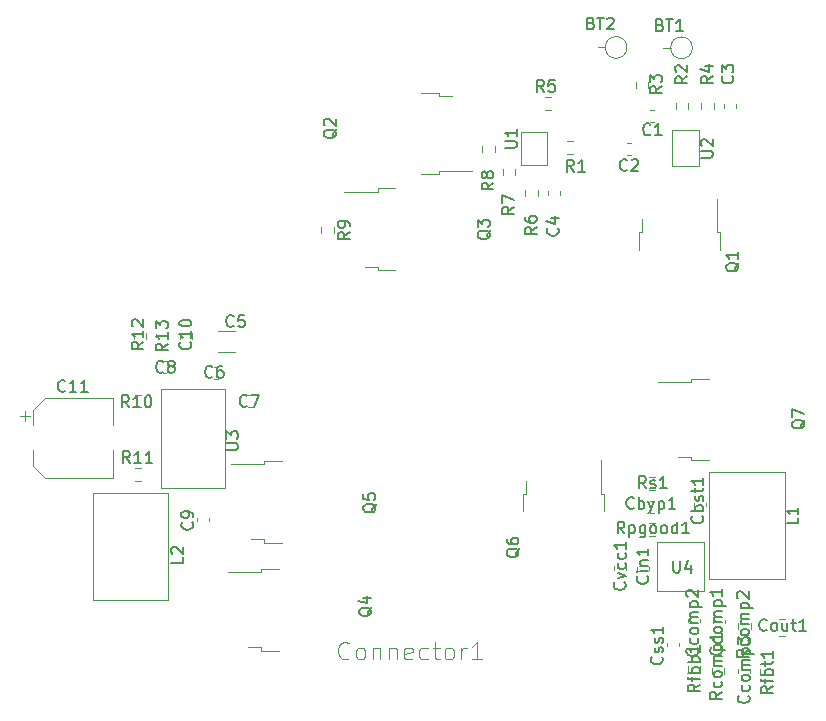
<source format=gbr>
%TF.GenerationSoftware,KiCad,Pcbnew,(5.1.4)-1*%
%TF.CreationDate,2021-10-06T22:06:40+03:00*%
%TF.ProjectId,IRBE_elektro_bar,49524245-5f65-46c6-956b-74726f5f6261,rev?*%
%TF.SameCoordinates,Original*%
%TF.FileFunction,Legend,Top*%
%TF.FilePolarity,Positive*%
%FSLAX46Y46*%
G04 Gerber Fmt 4.6, Leading zero omitted, Abs format (unit mm)*
G04 Created by KiCad (PCBNEW (5.1.4)-1) date 2021-10-06 22:06:40*
%MOMM*%
%LPD*%
G04 APERTURE LIST*
%ADD10C,0.120000*%
%ADD11C,0.150000*%
%ADD12C,0.015000*%
G04 APERTURE END LIST*
D10*
%TO.C,U4*%
X90950000Y-162000000D02*
X87050000Y-162000000D01*
X90950000Y-157800000D02*
X90950000Y-162000000D01*
X87050000Y-157800000D02*
X90950000Y-157800000D01*
X87050000Y-162000000D02*
X87050000Y-157800000D01*
%TO.C,R11*%
X42780576Y-152615100D02*
X43290024Y-152615100D01*
X42780576Y-151570100D02*
X43290024Y-151570100D01*
%TO.C,U2*%
X88278200Y-122906800D02*
X90578200Y-122906800D01*
X88278200Y-126006800D02*
X88278200Y-122906800D01*
X90578200Y-126006800D02*
X88278200Y-126006800D01*
X90578200Y-122906800D02*
X90578200Y-126006800D01*
%TO.C,U1*%
X75464200Y-123073200D02*
X77664200Y-123073200D01*
X75464200Y-125873200D02*
X75464200Y-123073200D01*
X77664200Y-125873200D02*
X75464200Y-125873200D01*
X77664200Y-123073200D02*
X77664200Y-125873200D01*
%TO.C,BT2*%
X82628800Y-115939200D02*
X82008800Y-115939200D01*
X84468800Y-115939200D02*
G75*
G03X84468800Y-115939200I-920000J0D01*
G01*
%TO.C,BT1*%
X88166000Y-115964600D02*
X87546000Y-115964600D01*
X90006000Y-115964600D02*
G75*
G03X90006000Y-115964600I-920000J0D01*
G01*
%TO.C,C1*%
X86717667Y-121271200D02*
X86425133Y-121271200D01*
X86717667Y-122291200D02*
X86425133Y-122291200D01*
%TO.C,C2*%
X84787267Y-125009000D02*
X84494733Y-125009000D01*
X84787267Y-123989000D02*
X84494733Y-123989000D01*
%TO.C,C3*%
X93666600Y-120735833D02*
X93666600Y-121028367D01*
X92646600Y-120735833D02*
X92646600Y-121028367D01*
%TO.C,C4*%
X78801000Y-128403367D02*
X78801000Y-128110833D01*
X77781000Y-128403367D02*
X77781000Y-128110833D01*
%TO.C,C5*%
X49828248Y-139905000D02*
X51250752Y-139905000D01*
X49828248Y-141725000D02*
X51250752Y-141725000D01*
%TO.C,C6*%
X49540833Y-143022800D02*
X49833367Y-143022800D01*
X49540833Y-144042800D02*
X49833367Y-144042800D01*
%TO.C,C7*%
X52696267Y-146379600D02*
X52403733Y-146379600D01*
X52696267Y-145359600D02*
X52403733Y-145359600D01*
%TO.C,C8*%
X45173133Y-143484000D02*
X45465667Y-143484000D01*
X45173133Y-142464000D02*
X45465667Y-142464000D01*
%TO.C,C9*%
X49106000Y-156074267D02*
X49106000Y-155781733D01*
X48086000Y-156074267D02*
X48086000Y-155781733D01*
%TO.C,C10*%
X44606200Y-140478667D02*
X44606200Y-140186133D01*
X45626200Y-140478667D02*
X45626200Y-140186133D01*
%TO.C,C11*%
X40960000Y-152410000D02*
X40960000Y-150060000D01*
X40960000Y-145590000D02*
X40960000Y-147940000D01*
X35204437Y-145590000D02*
X40960000Y-145590000D01*
X35204437Y-152410000D02*
X40960000Y-152410000D01*
X34140000Y-151345563D02*
X34140000Y-150060000D01*
X34140000Y-146654437D02*
X34140000Y-147940000D01*
X34140000Y-146654437D02*
X35204437Y-145590000D01*
X34140000Y-151345563D02*
X35204437Y-152410000D01*
X33112500Y-147152500D02*
X33900000Y-147152500D01*
X33506250Y-146758750D02*
X33506250Y-147546250D01*
%TO.C,Cbst1*%
X90115000Y-154503733D02*
X90115000Y-154796267D01*
X91135000Y-154503733D02*
X91135000Y-154796267D01*
%TO.C,Cbyp1*%
X86746267Y-155360000D02*
X86453733Y-155360000D01*
X86746267Y-154340000D02*
X86453733Y-154340000D01*
%TO.C,Ccomp1*%
X91740000Y-164696267D02*
X91740000Y-164403733D01*
X92760000Y-164696267D02*
X92760000Y-164403733D01*
%TO.C,Ccomp2*%
X90660000Y-164608767D02*
X90660000Y-164316233D01*
X89640000Y-164608767D02*
X89640000Y-164316233D01*
%TO.C,Ccomp3*%
X93890000Y-168896267D02*
X93890000Y-168603733D01*
X94910000Y-168896267D02*
X94910000Y-168603733D01*
%TO.C,Cin1*%
X86360000Y-159903733D02*
X86360000Y-160196267D01*
X85340000Y-159903733D02*
X85340000Y-160196267D01*
%TO.C,Cout1*%
X97823752Y-165785000D02*
X97301248Y-165785000D01*
X97823752Y-164315000D02*
X97301248Y-164315000D01*
%TO.C,Css1*%
X88910000Y-166633767D02*
X88910000Y-166341233D01*
X87890000Y-166633767D02*
X87890000Y-166341233D01*
%TO.C,Cvcc1*%
X83390000Y-159853733D02*
X83390000Y-160146267D01*
X84410000Y-159853733D02*
X84410000Y-160146267D01*
%TO.C,L1*%
X91450000Y-151850000D02*
X97810000Y-151850000D01*
X91450000Y-160910000D02*
X97810000Y-160910000D01*
X91450000Y-160910000D02*
X91450000Y-151850000D01*
X97810000Y-151850000D02*
X97810000Y-160910000D01*
%TO.C,L2*%
X39264200Y-162704600D02*
X39264200Y-153644600D01*
X45624200Y-153644600D02*
X45624200Y-162704600D01*
X45624200Y-153644600D02*
X39264200Y-153644600D01*
X45624200Y-162704600D02*
X39264200Y-162704600D01*
%TO.C,Q1*%
X85728200Y-131604800D02*
X85728200Y-130504800D01*
X85458200Y-131604800D02*
X85728200Y-131604800D01*
X85458200Y-133104800D02*
X85458200Y-131604800D01*
X92088200Y-131604800D02*
X92088200Y-128774800D01*
X92358200Y-131604800D02*
X92088200Y-131604800D01*
X92358200Y-133104800D02*
X92358200Y-131604800D01*
%TO.C,Q2*%
X67034600Y-126659600D02*
X68534600Y-126659600D01*
X68534600Y-126659600D02*
X68534600Y-126389600D01*
X68534600Y-126389600D02*
X71364600Y-126389600D01*
X67034600Y-119759600D02*
X68534600Y-119759600D01*
X68534600Y-119759600D02*
X68534600Y-120029600D01*
X68534600Y-120029600D02*
X69634600Y-120029600D01*
%TO.C,Q3*%
X64858600Y-127875600D02*
X63358600Y-127875600D01*
X63358600Y-127875600D02*
X63358600Y-128145600D01*
X63358600Y-128145600D02*
X60528600Y-128145600D01*
X64858600Y-134775600D02*
X63358600Y-134775600D01*
X63358600Y-134775600D02*
X63358600Y-134505600D01*
X63358600Y-134505600D02*
X62258600Y-134505600D01*
%TO.C,Q4*%
X53492000Y-166728000D02*
X52392000Y-166728000D01*
X53492000Y-166998000D02*
X53492000Y-166728000D01*
X54992000Y-166998000D02*
X53492000Y-166998000D01*
X53492000Y-160368000D02*
X50662000Y-160368000D01*
X53492000Y-160098000D02*
X53492000Y-160368000D01*
X54992000Y-160098000D02*
X53492000Y-160098000D01*
%TO.C,Q5*%
X55246000Y-150954000D02*
X53746000Y-150954000D01*
X53746000Y-150954000D02*
X53746000Y-151224000D01*
X53746000Y-151224000D02*
X50916000Y-151224000D01*
X55246000Y-157854000D02*
X53746000Y-157854000D01*
X53746000Y-157854000D02*
X53746000Y-157584000D01*
X53746000Y-157584000D02*
X52646000Y-157584000D01*
%TO.C,Q6*%
X75920000Y-153705000D02*
X75920000Y-152605000D01*
X75650000Y-153705000D02*
X75920000Y-153705000D01*
X75650000Y-155205000D02*
X75650000Y-153705000D01*
X82280000Y-153705000D02*
X82280000Y-150875000D01*
X82550000Y-153705000D02*
X82280000Y-153705000D01*
X82550000Y-155205000D02*
X82550000Y-153705000D01*
%TO.C,Q7*%
X91405000Y-144000000D02*
X89905000Y-144000000D01*
X89905000Y-144000000D02*
X89905000Y-144270000D01*
X89905000Y-144270000D02*
X87075000Y-144270000D01*
X91405000Y-150900000D02*
X89905000Y-150900000D01*
X89905000Y-150900000D02*
X89905000Y-150630000D01*
X89905000Y-150630000D02*
X88805000Y-150630000D01*
%TO.C,R1*%
X79917324Y-124945300D02*
X79407876Y-124945300D01*
X79917324Y-123900300D02*
X79407876Y-123900300D01*
%TO.C,R2*%
X88588900Y-121121524D02*
X88588900Y-120612076D01*
X89633900Y-121121524D02*
X89633900Y-120612076D01*
%TO.C,R3*%
X86255700Y-119370824D02*
X86255700Y-118861376D01*
X85210700Y-119370824D02*
X85210700Y-118861376D01*
%TO.C,R4*%
X91818300Y-120610176D02*
X91818300Y-121119624D01*
X90773300Y-120610176D02*
X90773300Y-121119624D01*
%TO.C,R5*%
X77528276Y-121211500D02*
X78037724Y-121211500D01*
X77528276Y-120166500D02*
X78037724Y-120166500D01*
%TO.C,R6*%
X75863500Y-128489424D02*
X75863500Y-127979976D01*
X76908500Y-128489424D02*
X76908500Y-127979976D01*
%TO.C,R7*%
X75003500Y-126711424D02*
X75003500Y-126201976D01*
X73958500Y-126711424D02*
X73958500Y-126201976D01*
%TO.C,R8*%
X73276300Y-124829924D02*
X73276300Y-124320476D01*
X72231300Y-124829924D02*
X72231300Y-124320476D01*
%TO.C,R9*%
X59636500Y-131151176D02*
X59636500Y-131660624D01*
X58591500Y-131151176D02*
X58591500Y-131660624D01*
%TO.C,R10*%
X43304724Y-146422500D02*
X42795276Y-146422500D01*
X43304724Y-145377500D02*
X42795276Y-145377500D01*
%TO.C,R12*%
X43733700Y-140077676D02*
X43733700Y-140587124D01*
X42688700Y-140077676D02*
X42688700Y-140587124D01*
%TO.C,R13*%
X47645300Y-140612524D02*
X47645300Y-140103076D01*
X46600300Y-140612524D02*
X46600300Y-140103076D01*
%TO.C,Rcomp1*%
X92672500Y-169004724D02*
X92672500Y-168495276D01*
X91627500Y-169004724D02*
X91627500Y-168495276D01*
%TO.C,Rcomp2*%
X94947500Y-165192224D02*
X94947500Y-164682776D01*
X93902500Y-165192224D02*
X93902500Y-164682776D01*
%TO.C,Rfbb1*%
X90672500Y-168345276D02*
X90672500Y-168854724D01*
X89627500Y-168345276D02*
X89627500Y-168854724D01*
%TO.C,Rfbt1*%
X96797500Y-169067224D02*
X96797500Y-168557776D01*
X95752500Y-169067224D02*
X95752500Y-168557776D01*
%TO.C,Rpgood1*%
X86854724Y-157272500D02*
X86345276Y-157272500D01*
X86854724Y-156227500D02*
X86345276Y-156227500D01*
%TO.C,Rs1*%
X86370276Y-152327500D02*
X86879724Y-152327500D01*
X86370276Y-153372500D02*
X86879724Y-153372500D01*
%TO.C,U3*%
X45042200Y-144822000D02*
X50442200Y-144822000D01*
X45042200Y-153222000D02*
X45042200Y-144822000D01*
X50442200Y-153222000D02*
X45042200Y-153222000D01*
X50442200Y-144822000D02*
X50442200Y-153222000D01*
%TO.C,U4*%
D11*
X88388095Y-159402380D02*
X88388095Y-160211904D01*
X88435714Y-160307142D01*
X88483333Y-160354761D01*
X88578571Y-160402380D01*
X88769047Y-160402380D01*
X88864285Y-160354761D01*
X88911904Y-160307142D01*
X88959523Y-160211904D01*
X88959523Y-159402380D01*
X89864285Y-159735714D02*
X89864285Y-160402380D01*
X89626190Y-159354761D02*
X89388095Y-160069047D01*
X90007142Y-160069047D01*
%TO.C,R11*%
X42382142Y-151127380D02*
X42048809Y-150651190D01*
X41810714Y-151127380D02*
X41810714Y-150127380D01*
X42191666Y-150127380D01*
X42286904Y-150175000D01*
X42334523Y-150222619D01*
X42382142Y-150317857D01*
X42382142Y-150460714D01*
X42334523Y-150555952D01*
X42286904Y-150603571D01*
X42191666Y-150651190D01*
X41810714Y-150651190D01*
X43334523Y-151127380D02*
X42763095Y-151127380D01*
X43048809Y-151127380D02*
X43048809Y-150127380D01*
X42953571Y-150270238D01*
X42858333Y-150365476D01*
X42763095Y-150413095D01*
X44286904Y-151127380D02*
X43715476Y-151127380D01*
X44001190Y-151127380D02*
X44001190Y-150127380D01*
X43905952Y-150270238D01*
X43810714Y-150365476D01*
X43715476Y-150413095D01*
%TO.C,U2*%
X90722780Y-125260904D02*
X91532304Y-125260904D01*
X91627542Y-125213285D01*
X91675161Y-125165666D01*
X91722780Y-125070428D01*
X91722780Y-124879952D01*
X91675161Y-124784714D01*
X91627542Y-124737095D01*
X91532304Y-124689476D01*
X90722780Y-124689476D01*
X90818019Y-124260904D02*
X90770400Y-124213285D01*
X90722780Y-124118047D01*
X90722780Y-123879952D01*
X90770400Y-123784714D01*
X90818019Y-123737095D01*
X90913257Y-123689476D01*
X91008495Y-123689476D01*
X91151352Y-123737095D01*
X91722780Y-124308523D01*
X91722780Y-123689476D01*
%TO.C,U1*%
X74136580Y-124448104D02*
X74946104Y-124448104D01*
X75041342Y-124400485D01*
X75088961Y-124352866D01*
X75136580Y-124257628D01*
X75136580Y-124067152D01*
X75088961Y-123971914D01*
X75041342Y-123924295D01*
X74946104Y-123876676D01*
X74136580Y-123876676D01*
X75136580Y-122876676D02*
X75136580Y-123448104D01*
X75136580Y-123162390D02*
X74136580Y-123162390D01*
X74279438Y-123257628D01*
X74374676Y-123352866D01*
X74422295Y-123448104D01*
%TO.C,BT2*%
X81416885Y-113886571D02*
X81559742Y-113934190D01*
X81607361Y-113981809D01*
X81654980Y-114077047D01*
X81654980Y-114219904D01*
X81607361Y-114315142D01*
X81559742Y-114362761D01*
X81464504Y-114410380D01*
X81083552Y-114410380D01*
X81083552Y-113410380D01*
X81416885Y-113410380D01*
X81512123Y-113458000D01*
X81559742Y-113505619D01*
X81607361Y-113600857D01*
X81607361Y-113696095D01*
X81559742Y-113791333D01*
X81512123Y-113838952D01*
X81416885Y-113886571D01*
X81083552Y-113886571D01*
X81940695Y-113410380D02*
X82512123Y-113410380D01*
X82226409Y-114410380D02*
X82226409Y-113410380D01*
X82797838Y-113505619D02*
X82845457Y-113458000D01*
X82940695Y-113410380D01*
X83178790Y-113410380D01*
X83274028Y-113458000D01*
X83321647Y-113505619D01*
X83369266Y-113600857D01*
X83369266Y-113696095D01*
X83321647Y-113838952D01*
X82750219Y-114410380D01*
X83369266Y-114410380D01*
%TO.C,BT1*%
X87258885Y-114038971D02*
X87401742Y-114086590D01*
X87449361Y-114134209D01*
X87496980Y-114229447D01*
X87496980Y-114372304D01*
X87449361Y-114467542D01*
X87401742Y-114515161D01*
X87306504Y-114562780D01*
X86925552Y-114562780D01*
X86925552Y-113562780D01*
X87258885Y-113562780D01*
X87354123Y-113610400D01*
X87401742Y-113658019D01*
X87449361Y-113753257D01*
X87449361Y-113848495D01*
X87401742Y-113943733D01*
X87354123Y-113991352D01*
X87258885Y-114038971D01*
X86925552Y-114038971D01*
X87782695Y-113562780D02*
X88354123Y-113562780D01*
X88068409Y-114562780D02*
X88068409Y-113562780D01*
X89211266Y-114562780D02*
X88639838Y-114562780D01*
X88925552Y-114562780D02*
X88925552Y-113562780D01*
X88830314Y-113705638D01*
X88735076Y-113800876D01*
X88639838Y-113848495D01*
%TO.C,Connector1*%
D12*
X60957142Y-167610714D02*
X60885714Y-167682142D01*
X60671428Y-167753571D01*
X60528571Y-167753571D01*
X60314285Y-167682142D01*
X60171428Y-167539285D01*
X60100000Y-167396428D01*
X60028571Y-167110714D01*
X60028571Y-166896428D01*
X60100000Y-166610714D01*
X60171428Y-166467857D01*
X60314285Y-166325000D01*
X60528571Y-166253571D01*
X60671428Y-166253571D01*
X60885714Y-166325000D01*
X60957142Y-166396428D01*
X61814285Y-167753571D02*
X61671428Y-167682142D01*
X61600000Y-167610714D01*
X61528571Y-167467857D01*
X61528571Y-167039285D01*
X61600000Y-166896428D01*
X61671428Y-166825000D01*
X61814285Y-166753571D01*
X62028571Y-166753571D01*
X62171428Y-166825000D01*
X62242857Y-166896428D01*
X62314285Y-167039285D01*
X62314285Y-167467857D01*
X62242857Y-167610714D01*
X62171428Y-167682142D01*
X62028571Y-167753571D01*
X61814285Y-167753571D01*
X62957142Y-166753571D02*
X62957142Y-167753571D01*
X62957142Y-166896428D02*
X63028571Y-166825000D01*
X63171428Y-166753571D01*
X63385714Y-166753571D01*
X63528571Y-166825000D01*
X63600000Y-166967857D01*
X63600000Y-167753571D01*
X64314285Y-166753571D02*
X64314285Y-167753571D01*
X64314285Y-166896428D02*
X64385714Y-166825000D01*
X64528571Y-166753571D01*
X64742857Y-166753571D01*
X64885714Y-166825000D01*
X64957142Y-166967857D01*
X64957142Y-167753571D01*
X66242857Y-167682142D02*
X66100000Y-167753571D01*
X65814285Y-167753571D01*
X65671428Y-167682142D01*
X65600000Y-167539285D01*
X65600000Y-166967857D01*
X65671428Y-166825000D01*
X65814285Y-166753571D01*
X66100000Y-166753571D01*
X66242857Y-166825000D01*
X66314285Y-166967857D01*
X66314285Y-167110714D01*
X65600000Y-167253571D01*
X67600000Y-167682142D02*
X67457142Y-167753571D01*
X67171428Y-167753571D01*
X67028571Y-167682142D01*
X66957142Y-167610714D01*
X66885714Y-167467857D01*
X66885714Y-167039285D01*
X66957142Y-166896428D01*
X67028571Y-166825000D01*
X67171428Y-166753571D01*
X67457142Y-166753571D01*
X67600000Y-166825000D01*
X68028571Y-166753571D02*
X68600000Y-166753571D01*
X68242857Y-166253571D02*
X68242857Y-167539285D01*
X68314285Y-167682142D01*
X68457142Y-167753571D01*
X68600000Y-167753571D01*
X69314285Y-167753571D02*
X69171428Y-167682142D01*
X69100000Y-167610714D01*
X69028571Y-167467857D01*
X69028571Y-167039285D01*
X69100000Y-166896428D01*
X69171428Y-166825000D01*
X69314285Y-166753571D01*
X69528571Y-166753571D01*
X69671428Y-166825000D01*
X69742857Y-166896428D01*
X69814285Y-167039285D01*
X69814285Y-167467857D01*
X69742857Y-167610714D01*
X69671428Y-167682142D01*
X69528571Y-167753571D01*
X69314285Y-167753571D01*
X70457142Y-167753571D02*
X70457142Y-166753571D01*
X70457142Y-167039285D02*
X70528571Y-166896428D01*
X70600000Y-166825000D01*
X70742857Y-166753571D01*
X70885714Y-166753571D01*
X72171428Y-167753571D02*
X71314285Y-167753571D01*
X71742857Y-167753571D02*
X71742857Y-166253571D01*
X71600000Y-166467857D01*
X71457142Y-166610714D01*
X71314285Y-166682142D01*
%TO.C,C1*%
D11*
X86442233Y-123278342D02*
X86394614Y-123325961D01*
X86251757Y-123373580D01*
X86156519Y-123373580D01*
X86013661Y-123325961D01*
X85918423Y-123230723D01*
X85870804Y-123135485D01*
X85823185Y-122945009D01*
X85823185Y-122802152D01*
X85870804Y-122611676D01*
X85918423Y-122516438D01*
X86013661Y-122421200D01*
X86156519Y-122373580D01*
X86251757Y-122373580D01*
X86394614Y-122421200D01*
X86442233Y-122468819D01*
X87394614Y-123373580D02*
X86823185Y-123373580D01*
X87108900Y-123373580D02*
X87108900Y-122373580D01*
X87013661Y-122516438D01*
X86918423Y-122611676D01*
X86823185Y-122659295D01*
%TO.C,C2*%
X84474333Y-126286142D02*
X84426714Y-126333761D01*
X84283857Y-126381380D01*
X84188619Y-126381380D01*
X84045761Y-126333761D01*
X83950523Y-126238523D01*
X83902904Y-126143285D01*
X83855285Y-125952809D01*
X83855285Y-125809952D01*
X83902904Y-125619476D01*
X83950523Y-125524238D01*
X84045761Y-125429000D01*
X84188619Y-125381380D01*
X84283857Y-125381380D01*
X84426714Y-125429000D01*
X84474333Y-125476619D01*
X84855285Y-125476619D02*
X84902904Y-125429000D01*
X84998142Y-125381380D01*
X85236238Y-125381380D01*
X85331476Y-125429000D01*
X85379095Y-125476619D01*
X85426714Y-125571857D01*
X85426714Y-125667095D01*
X85379095Y-125809952D01*
X84807666Y-126381380D01*
X85426714Y-126381380D01*
%TO.C,C3*%
X93380142Y-118366466D02*
X93427761Y-118414085D01*
X93475380Y-118556942D01*
X93475380Y-118652180D01*
X93427761Y-118795038D01*
X93332523Y-118890276D01*
X93237285Y-118937895D01*
X93046809Y-118985514D01*
X92903952Y-118985514D01*
X92713476Y-118937895D01*
X92618238Y-118890276D01*
X92523000Y-118795038D01*
X92475380Y-118652180D01*
X92475380Y-118556942D01*
X92523000Y-118414085D01*
X92570619Y-118366466D01*
X92475380Y-118033133D02*
X92475380Y-117414085D01*
X92856333Y-117747419D01*
X92856333Y-117604561D01*
X92903952Y-117509323D01*
X92951571Y-117461704D01*
X93046809Y-117414085D01*
X93284904Y-117414085D01*
X93380142Y-117461704D01*
X93427761Y-117509323D01*
X93475380Y-117604561D01*
X93475380Y-117890276D01*
X93427761Y-117985514D01*
X93380142Y-118033133D01*
%TO.C,C4*%
X78597342Y-131244266D02*
X78644961Y-131291885D01*
X78692580Y-131434742D01*
X78692580Y-131529980D01*
X78644961Y-131672838D01*
X78549723Y-131768076D01*
X78454485Y-131815695D01*
X78264009Y-131863314D01*
X78121152Y-131863314D01*
X77930676Y-131815695D01*
X77835438Y-131768076D01*
X77740200Y-131672838D01*
X77692580Y-131529980D01*
X77692580Y-131434742D01*
X77740200Y-131291885D01*
X77787819Y-131244266D01*
X78025914Y-130387123D02*
X78692580Y-130387123D01*
X77644961Y-130625219D02*
X78359247Y-130863314D01*
X78359247Y-130244266D01*
%TO.C,C5*%
X51158333Y-139507142D02*
X51110714Y-139554761D01*
X50967857Y-139602380D01*
X50872619Y-139602380D01*
X50729761Y-139554761D01*
X50634523Y-139459523D01*
X50586904Y-139364285D01*
X50539285Y-139173809D01*
X50539285Y-139030952D01*
X50586904Y-138840476D01*
X50634523Y-138745238D01*
X50729761Y-138650000D01*
X50872619Y-138602380D01*
X50967857Y-138602380D01*
X51110714Y-138650000D01*
X51158333Y-138697619D01*
X52063095Y-138602380D02*
X51586904Y-138602380D01*
X51539285Y-139078571D01*
X51586904Y-139030952D01*
X51682142Y-138983333D01*
X51920238Y-138983333D01*
X52015476Y-139030952D01*
X52063095Y-139078571D01*
X52110714Y-139173809D01*
X52110714Y-139411904D01*
X52063095Y-139507142D01*
X52015476Y-139554761D01*
X51920238Y-139602380D01*
X51682142Y-139602380D01*
X51586904Y-139554761D01*
X51539285Y-139507142D01*
%TO.C,C6*%
X49358333Y-143807142D02*
X49310714Y-143854761D01*
X49167857Y-143902380D01*
X49072619Y-143902380D01*
X48929761Y-143854761D01*
X48834523Y-143759523D01*
X48786904Y-143664285D01*
X48739285Y-143473809D01*
X48739285Y-143330952D01*
X48786904Y-143140476D01*
X48834523Y-143045238D01*
X48929761Y-142950000D01*
X49072619Y-142902380D01*
X49167857Y-142902380D01*
X49310714Y-142950000D01*
X49358333Y-142997619D01*
X50215476Y-142902380D02*
X50025000Y-142902380D01*
X49929761Y-142950000D01*
X49882142Y-142997619D01*
X49786904Y-143140476D01*
X49739285Y-143330952D01*
X49739285Y-143711904D01*
X49786904Y-143807142D01*
X49834523Y-143854761D01*
X49929761Y-143902380D01*
X50120238Y-143902380D01*
X50215476Y-143854761D01*
X50263095Y-143807142D01*
X50310714Y-143711904D01*
X50310714Y-143473809D01*
X50263095Y-143378571D01*
X50215476Y-143330952D01*
X50120238Y-143283333D01*
X49929761Y-143283333D01*
X49834523Y-143330952D01*
X49786904Y-143378571D01*
X49739285Y-143473809D01*
%TO.C,C7*%
X52283333Y-146257142D02*
X52235714Y-146304761D01*
X52092857Y-146352380D01*
X51997619Y-146352380D01*
X51854761Y-146304761D01*
X51759523Y-146209523D01*
X51711904Y-146114285D01*
X51664285Y-145923809D01*
X51664285Y-145780952D01*
X51711904Y-145590476D01*
X51759523Y-145495238D01*
X51854761Y-145400000D01*
X51997619Y-145352380D01*
X52092857Y-145352380D01*
X52235714Y-145400000D01*
X52283333Y-145447619D01*
X52616666Y-145352380D02*
X53283333Y-145352380D01*
X52854761Y-146352380D01*
%TO.C,C8*%
X45208333Y-143382142D02*
X45160714Y-143429761D01*
X45017857Y-143477380D01*
X44922619Y-143477380D01*
X44779761Y-143429761D01*
X44684523Y-143334523D01*
X44636904Y-143239285D01*
X44589285Y-143048809D01*
X44589285Y-142905952D01*
X44636904Y-142715476D01*
X44684523Y-142620238D01*
X44779761Y-142525000D01*
X44922619Y-142477380D01*
X45017857Y-142477380D01*
X45160714Y-142525000D01*
X45208333Y-142572619D01*
X45779761Y-142905952D02*
X45684523Y-142858333D01*
X45636904Y-142810714D01*
X45589285Y-142715476D01*
X45589285Y-142667857D01*
X45636904Y-142572619D01*
X45684523Y-142525000D01*
X45779761Y-142477380D01*
X45970238Y-142477380D01*
X46065476Y-142525000D01*
X46113095Y-142572619D01*
X46160714Y-142667857D01*
X46160714Y-142715476D01*
X46113095Y-142810714D01*
X46065476Y-142858333D01*
X45970238Y-142905952D01*
X45779761Y-142905952D01*
X45684523Y-142953571D01*
X45636904Y-143001190D01*
X45589285Y-143096428D01*
X45589285Y-143286904D01*
X45636904Y-143382142D01*
X45684523Y-143429761D01*
X45779761Y-143477380D01*
X45970238Y-143477380D01*
X46065476Y-143429761D01*
X46113095Y-143382142D01*
X46160714Y-143286904D01*
X46160714Y-143096428D01*
X46113095Y-143001190D01*
X46065476Y-142953571D01*
X45970238Y-142905952D01*
%TO.C,C9*%
X47657142Y-156141666D02*
X47704761Y-156189285D01*
X47752380Y-156332142D01*
X47752380Y-156427380D01*
X47704761Y-156570238D01*
X47609523Y-156665476D01*
X47514285Y-156713095D01*
X47323809Y-156760714D01*
X47180952Y-156760714D01*
X46990476Y-156713095D01*
X46895238Y-156665476D01*
X46800000Y-156570238D01*
X46752380Y-156427380D01*
X46752380Y-156332142D01*
X46800000Y-156189285D01*
X46847619Y-156141666D01*
X47752380Y-155665476D02*
X47752380Y-155475000D01*
X47704761Y-155379761D01*
X47657142Y-155332142D01*
X47514285Y-155236904D01*
X47323809Y-155189285D01*
X46942857Y-155189285D01*
X46847619Y-155236904D01*
X46800000Y-155284523D01*
X46752380Y-155379761D01*
X46752380Y-155570238D01*
X46800000Y-155665476D01*
X46847619Y-155713095D01*
X46942857Y-155760714D01*
X47180952Y-155760714D01*
X47276190Y-155713095D01*
X47323809Y-155665476D01*
X47371428Y-155570238D01*
X47371428Y-155379761D01*
X47323809Y-155284523D01*
X47276190Y-155236904D01*
X47180952Y-155189285D01*
%TO.C,C10*%
X47482142Y-140892857D02*
X47529761Y-140940476D01*
X47577380Y-141083333D01*
X47577380Y-141178571D01*
X47529761Y-141321428D01*
X47434523Y-141416666D01*
X47339285Y-141464285D01*
X47148809Y-141511904D01*
X47005952Y-141511904D01*
X46815476Y-141464285D01*
X46720238Y-141416666D01*
X46625000Y-141321428D01*
X46577380Y-141178571D01*
X46577380Y-141083333D01*
X46625000Y-140940476D01*
X46672619Y-140892857D01*
X47577380Y-139940476D02*
X47577380Y-140511904D01*
X47577380Y-140226190D02*
X46577380Y-140226190D01*
X46720238Y-140321428D01*
X46815476Y-140416666D01*
X46863095Y-140511904D01*
X46577380Y-139321428D02*
X46577380Y-139226190D01*
X46625000Y-139130952D01*
X46672619Y-139083333D01*
X46767857Y-139035714D01*
X46958333Y-138988095D01*
X47196428Y-138988095D01*
X47386904Y-139035714D01*
X47482142Y-139083333D01*
X47529761Y-139130952D01*
X47577380Y-139226190D01*
X47577380Y-139321428D01*
X47529761Y-139416666D01*
X47482142Y-139464285D01*
X47386904Y-139511904D01*
X47196428Y-139559523D01*
X46958333Y-139559523D01*
X46767857Y-139511904D01*
X46672619Y-139464285D01*
X46625000Y-139416666D01*
X46577380Y-139321428D01*
%TO.C,C11*%
X36907142Y-145007142D02*
X36859523Y-145054761D01*
X36716666Y-145102380D01*
X36621428Y-145102380D01*
X36478571Y-145054761D01*
X36383333Y-144959523D01*
X36335714Y-144864285D01*
X36288095Y-144673809D01*
X36288095Y-144530952D01*
X36335714Y-144340476D01*
X36383333Y-144245238D01*
X36478571Y-144150000D01*
X36621428Y-144102380D01*
X36716666Y-144102380D01*
X36859523Y-144150000D01*
X36907142Y-144197619D01*
X37859523Y-145102380D02*
X37288095Y-145102380D01*
X37573809Y-145102380D02*
X37573809Y-144102380D01*
X37478571Y-144245238D01*
X37383333Y-144340476D01*
X37288095Y-144388095D01*
X38811904Y-145102380D02*
X38240476Y-145102380D01*
X38526190Y-145102380D02*
X38526190Y-144102380D01*
X38430952Y-144245238D01*
X38335714Y-144340476D01*
X38240476Y-144388095D01*
%TO.C,Cbst1*%
X90832142Y-155609523D02*
X90879761Y-155657142D01*
X90927380Y-155800000D01*
X90927380Y-155895238D01*
X90879761Y-156038095D01*
X90784523Y-156133333D01*
X90689285Y-156180952D01*
X90498809Y-156228571D01*
X90355952Y-156228571D01*
X90165476Y-156180952D01*
X90070238Y-156133333D01*
X89975000Y-156038095D01*
X89927380Y-155895238D01*
X89927380Y-155800000D01*
X89975000Y-155657142D01*
X90022619Y-155609523D01*
X90927380Y-155180952D02*
X89927380Y-155180952D01*
X90308333Y-155180952D02*
X90260714Y-155085714D01*
X90260714Y-154895238D01*
X90308333Y-154800000D01*
X90355952Y-154752380D01*
X90451190Y-154704761D01*
X90736904Y-154704761D01*
X90832142Y-154752380D01*
X90879761Y-154800000D01*
X90927380Y-154895238D01*
X90927380Y-155085714D01*
X90879761Y-155180952D01*
X90879761Y-154323809D02*
X90927380Y-154228571D01*
X90927380Y-154038095D01*
X90879761Y-153942857D01*
X90784523Y-153895238D01*
X90736904Y-153895238D01*
X90641666Y-153942857D01*
X90594047Y-154038095D01*
X90594047Y-154180952D01*
X90546428Y-154276190D01*
X90451190Y-154323809D01*
X90403571Y-154323809D01*
X90308333Y-154276190D01*
X90260714Y-154180952D01*
X90260714Y-154038095D01*
X90308333Y-153942857D01*
X90260714Y-153609523D02*
X90260714Y-153228571D01*
X89927380Y-153466666D02*
X90784523Y-153466666D01*
X90879761Y-153419047D01*
X90927380Y-153323809D01*
X90927380Y-153228571D01*
X90927380Y-152371428D02*
X90927380Y-152942857D01*
X90927380Y-152657142D02*
X89927380Y-152657142D01*
X90070238Y-152752380D01*
X90165476Y-152847619D01*
X90213095Y-152942857D01*
%TO.C,Cbyp1*%
X85047619Y-154907142D02*
X85000000Y-154954761D01*
X84857142Y-155002380D01*
X84761904Y-155002380D01*
X84619047Y-154954761D01*
X84523809Y-154859523D01*
X84476190Y-154764285D01*
X84428571Y-154573809D01*
X84428571Y-154430952D01*
X84476190Y-154240476D01*
X84523809Y-154145238D01*
X84619047Y-154050000D01*
X84761904Y-154002380D01*
X84857142Y-154002380D01*
X85000000Y-154050000D01*
X85047619Y-154097619D01*
X85476190Y-155002380D02*
X85476190Y-154002380D01*
X85476190Y-154383333D02*
X85571428Y-154335714D01*
X85761904Y-154335714D01*
X85857142Y-154383333D01*
X85904761Y-154430952D01*
X85952380Y-154526190D01*
X85952380Y-154811904D01*
X85904761Y-154907142D01*
X85857142Y-154954761D01*
X85761904Y-155002380D01*
X85571428Y-155002380D01*
X85476190Y-154954761D01*
X86285714Y-154335714D02*
X86523809Y-155002380D01*
X86761904Y-154335714D02*
X86523809Y-155002380D01*
X86428571Y-155240476D01*
X86380952Y-155288095D01*
X86285714Y-155335714D01*
X87142857Y-154335714D02*
X87142857Y-155335714D01*
X87142857Y-154383333D02*
X87238095Y-154335714D01*
X87428571Y-154335714D01*
X87523809Y-154383333D01*
X87571428Y-154430952D01*
X87619047Y-154526190D01*
X87619047Y-154811904D01*
X87571428Y-154907142D01*
X87523809Y-154954761D01*
X87428571Y-155002380D01*
X87238095Y-155002380D01*
X87142857Y-154954761D01*
X88571428Y-155002380D02*
X88000000Y-155002380D01*
X88285714Y-155002380D02*
X88285714Y-154002380D01*
X88190476Y-154145238D01*
X88095238Y-154240476D01*
X88000000Y-154288095D01*
%TO.C,Ccomp1*%
X92407142Y-166741666D02*
X92454761Y-166789285D01*
X92502380Y-166932142D01*
X92502380Y-167027380D01*
X92454761Y-167170238D01*
X92359523Y-167265476D01*
X92264285Y-167313095D01*
X92073809Y-167360714D01*
X91930952Y-167360714D01*
X91740476Y-167313095D01*
X91645238Y-167265476D01*
X91550000Y-167170238D01*
X91502380Y-167027380D01*
X91502380Y-166932142D01*
X91550000Y-166789285D01*
X91597619Y-166741666D01*
X92454761Y-165884523D02*
X92502380Y-165979761D01*
X92502380Y-166170238D01*
X92454761Y-166265476D01*
X92407142Y-166313095D01*
X92311904Y-166360714D01*
X92026190Y-166360714D01*
X91930952Y-166313095D01*
X91883333Y-166265476D01*
X91835714Y-166170238D01*
X91835714Y-165979761D01*
X91883333Y-165884523D01*
X92502380Y-165313095D02*
X92454761Y-165408333D01*
X92407142Y-165455952D01*
X92311904Y-165503571D01*
X92026190Y-165503571D01*
X91930952Y-165455952D01*
X91883333Y-165408333D01*
X91835714Y-165313095D01*
X91835714Y-165170238D01*
X91883333Y-165075000D01*
X91930952Y-165027380D01*
X92026190Y-164979761D01*
X92311904Y-164979761D01*
X92407142Y-165027380D01*
X92454761Y-165075000D01*
X92502380Y-165170238D01*
X92502380Y-165313095D01*
X92502380Y-164551190D02*
X91835714Y-164551190D01*
X91930952Y-164551190D02*
X91883333Y-164503571D01*
X91835714Y-164408333D01*
X91835714Y-164265476D01*
X91883333Y-164170238D01*
X91978571Y-164122619D01*
X92502380Y-164122619D01*
X91978571Y-164122619D02*
X91883333Y-164075000D01*
X91835714Y-163979761D01*
X91835714Y-163836904D01*
X91883333Y-163741666D01*
X91978571Y-163694047D01*
X92502380Y-163694047D01*
X91835714Y-163217857D02*
X92835714Y-163217857D01*
X91883333Y-163217857D02*
X91835714Y-163122619D01*
X91835714Y-162932142D01*
X91883333Y-162836904D01*
X91930952Y-162789285D01*
X92026190Y-162741666D01*
X92311904Y-162741666D01*
X92407142Y-162789285D01*
X92454761Y-162836904D01*
X92502380Y-162932142D01*
X92502380Y-163122619D01*
X92454761Y-163217857D01*
X92502380Y-161789285D02*
X92502380Y-162360714D01*
X92502380Y-162075000D02*
X91502380Y-162075000D01*
X91645238Y-162170238D01*
X91740476Y-162265476D01*
X91788095Y-162360714D01*
%TO.C,Ccomp2*%
X90407142Y-166816666D02*
X90454761Y-166864285D01*
X90502380Y-167007142D01*
X90502380Y-167102380D01*
X90454761Y-167245238D01*
X90359523Y-167340476D01*
X90264285Y-167388095D01*
X90073809Y-167435714D01*
X89930952Y-167435714D01*
X89740476Y-167388095D01*
X89645238Y-167340476D01*
X89550000Y-167245238D01*
X89502380Y-167102380D01*
X89502380Y-167007142D01*
X89550000Y-166864285D01*
X89597619Y-166816666D01*
X90454761Y-165959523D02*
X90502380Y-166054761D01*
X90502380Y-166245238D01*
X90454761Y-166340476D01*
X90407142Y-166388095D01*
X90311904Y-166435714D01*
X90026190Y-166435714D01*
X89930952Y-166388095D01*
X89883333Y-166340476D01*
X89835714Y-166245238D01*
X89835714Y-166054761D01*
X89883333Y-165959523D01*
X90502380Y-165388095D02*
X90454761Y-165483333D01*
X90407142Y-165530952D01*
X90311904Y-165578571D01*
X90026190Y-165578571D01*
X89930952Y-165530952D01*
X89883333Y-165483333D01*
X89835714Y-165388095D01*
X89835714Y-165245238D01*
X89883333Y-165150000D01*
X89930952Y-165102380D01*
X90026190Y-165054761D01*
X90311904Y-165054761D01*
X90407142Y-165102380D01*
X90454761Y-165150000D01*
X90502380Y-165245238D01*
X90502380Y-165388095D01*
X90502380Y-164626190D02*
X89835714Y-164626190D01*
X89930952Y-164626190D02*
X89883333Y-164578571D01*
X89835714Y-164483333D01*
X89835714Y-164340476D01*
X89883333Y-164245238D01*
X89978571Y-164197619D01*
X90502380Y-164197619D01*
X89978571Y-164197619D02*
X89883333Y-164150000D01*
X89835714Y-164054761D01*
X89835714Y-163911904D01*
X89883333Y-163816666D01*
X89978571Y-163769047D01*
X90502380Y-163769047D01*
X89835714Y-163292857D02*
X90835714Y-163292857D01*
X89883333Y-163292857D02*
X89835714Y-163197619D01*
X89835714Y-163007142D01*
X89883333Y-162911904D01*
X89930952Y-162864285D01*
X90026190Y-162816666D01*
X90311904Y-162816666D01*
X90407142Y-162864285D01*
X90454761Y-162911904D01*
X90502380Y-163007142D01*
X90502380Y-163197619D01*
X90454761Y-163292857D01*
X89597619Y-162435714D02*
X89550000Y-162388095D01*
X89502380Y-162292857D01*
X89502380Y-162054761D01*
X89550000Y-161959523D01*
X89597619Y-161911904D01*
X89692857Y-161864285D01*
X89788095Y-161864285D01*
X89930952Y-161911904D01*
X90502380Y-162483333D01*
X90502380Y-161864285D01*
%TO.C,Ccomp3*%
X94757142Y-170816666D02*
X94804761Y-170864285D01*
X94852380Y-171007142D01*
X94852380Y-171102380D01*
X94804761Y-171245238D01*
X94709523Y-171340476D01*
X94614285Y-171388095D01*
X94423809Y-171435714D01*
X94280952Y-171435714D01*
X94090476Y-171388095D01*
X93995238Y-171340476D01*
X93900000Y-171245238D01*
X93852380Y-171102380D01*
X93852380Y-171007142D01*
X93900000Y-170864285D01*
X93947619Y-170816666D01*
X94804761Y-169959523D02*
X94852380Y-170054761D01*
X94852380Y-170245238D01*
X94804761Y-170340476D01*
X94757142Y-170388095D01*
X94661904Y-170435714D01*
X94376190Y-170435714D01*
X94280952Y-170388095D01*
X94233333Y-170340476D01*
X94185714Y-170245238D01*
X94185714Y-170054761D01*
X94233333Y-169959523D01*
X94852380Y-169388095D02*
X94804761Y-169483333D01*
X94757142Y-169530952D01*
X94661904Y-169578571D01*
X94376190Y-169578571D01*
X94280952Y-169530952D01*
X94233333Y-169483333D01*
X94185714Y-169388095D01*
X94185714Y-169245238D01*
X94233333Y-169150000D01*
X94280952Y-169102380D01*
X94376190Y-169054761D01*
X94661904Y-169054761D01*
X94757142Y-169102380D01*
X94804761Y-169150000D01*
X94852380Y-169245238D01*
X94852380Y-169388095D01*
X94852380Y-168626190D02*
X94185714Y-168626190D01*
X94280952Y-168626190D02*
X94233333Y-168578571D01*
X94185714Y-168483333D01*
X94185714Y-168340476D01*
X94233333Y-168245238D01*
X94328571Y-168197619D01*
X94852380Y-168197619D01*
X94328571Y-168197619D02*
X94233333Y-168150000D01*
X94185714Y-168054761D01*
X94185714Y-167911904D01*
X94233333Y-167816666D01*
X94328571Y-167769047D01*
X94852380Y-167769047D01*
X94185714Y-167292857D02*
X95185714Y-167292857D01*
X94233333Y-167292857D02*
X94185714Y-167197619D01*
X94185714Y-167007142D01*
X94233333Y-166911904D01*
X94280952Y-166864285D01*
X94376190Y-166816666D01*
X94661904Y-166816666D01*
X94757142Y-166864285D01*
X94804761Y-166911904D01*
X94852380Y-167007142D01*
X94852380Y-167197619D01*
X94804761Y-167292857D01*
X93852380Y-166483333D02*
X93852380Y-165864285D01*
X94233333Y-166197619D01*
X94233333Y-166054761D01*
X94280952Y-165959523D01*
X94328571Y-165911904D01*
X94423809Y-165864285D01*
X94661904Y-165864285D01*
X94757142Y-165911904D01*
X94804761Y-165959523D01*
X94852380Y-166054761D01*
X94852380Y-166340476D01*
X94804761Y-166435714D01*
X94757142Y-166483333D01*
%TO.C,Cin1*%
X86182142Y-160707142D02*
X86229761Y-160754761D01*
X86277380Y-160897619D01*
X86277380Y-160992857D01*
X86229761Y-161135714D01*
X86134523Y-161230952D01*
X86039285Y-161278571D01*
X85848809Y-161326190D01*
X85705952Y-161326190D01*
X85515476Y-161278571D01*
X85420238Y-161230952D01*
X85325000Y-161135714D01*
X85277380Y-160992857D01*
X85277380Y-160897619D01*
X85325000Y-160754761D01*
X85372619Y-160707142D01*
X86277380Y-160278571D02*
X85610714Y-160278571D01*
X85277380Y-160278571D02*
X85325000Y-160326190D01*
X85372619Y-160278571D01*
X85325000Y-160230952D01*
X85277380Y-160278571D01*
X85372619Y-160278571D01*
X85610714Y-159802380D02*
X86277380Y-159802380D01*
X85705952Y-159802380D02*
X85658333Y-159754761D01*
X85610714Y-159659523D01*
X85610714Y-159516666D01*
X85658333Y-159421428D01*
X85753571Y-159373809D01*
X86277380Y-159373809D01*
X86277380Y-158373809D02*
X86277380Y-158945238D01*
X86277380Y-158659523D02*
X85277380Y-158659523D01*
X85420238Y-158754761D01*
X85515476Y-158850000D01*
X85563095Y-158945238D01*
%TO.C,Cout1*%
X96295357Y-165232142D02*
X96247738Y-165279761D01*
X96104880Y-165327380D01*
X96009642Y-165327380D01*
X95866785Y-165279761D01*
X95771547Y-165184523D01*
X95723928Y-165089285D01*
X95676309Y-164898809D01*
X95676309Y-164755952D01*
X95723928Y-164565476D01*
X95771547Y-164470238D01*
X95866785Y-164375000D01*
X96009642Y-164327380D01*
X96104880Y-164327380D01*
X96247738Y-164375000D01*
X96295357Y-164422619D01*
X96866785Y-165327380D02*
X96771547Y-165279761D01*
X96723928Y-165232142D01*
X96676309Y-165136904D01*
X96676309Y-164851190D01*
X96723928Y-164755952D01*
X96771547Y-164708333D01*
X96866785Y-164660714D01*
X97009642Y-164660714D01*
X97104880Y-164708333D01*
X97152500Y-164755952D01*
X97200119Y-164851190D01*
X97200119Y-165136904D01*
X97152500Y-165232142D01*
X97104880Y-165279761D01*
X97009642Y-165327380D01*
X96866785Y-165327380D01*
X98057261Y-164660714D02*
X98057261Y-165327380D01*
X97628690Y-164660714D02*
X97628690Y-165184523D01*
X97676309Y-165279761D01*
X97771547Y-165327380D01*
X97914404Y-165327380D01*
X98009642Y-165279761D01*
X98057261Y-165232142D01*
X98390595Y-164660714D02*
X98771547Y-164660714D01*
X98533452Y-164327380D02*
X98533452Y-165184523D01*
X98581071Y-165279761D01*
X98676309Y-165327380D01*
X98771547Y-165327380D01*
X99628690Y-165327380D02*
X99057261Y-165327380D01*
X99342976Y-165327380D02*
X99342976Y-164327380D01*
X99247738Y-164470238D01*
X99152500Y-164565476D01*
X99057261Y-164613095D01*
%TO.C,Css1*%
X87397142Y-167541190D02*
X87444761Y-167588809D01*
X87492380Y-167731666D01*
X87492380Y-167826904D01*
X87444761Y-167969761D01*
X87349523Y-168065000D01*
X87254285Y-168112619D01*
X87063809Y-168160238D01*
X86920952Y-168160238D01*
X86730476Y-168112619D01*
X86635238Y-168065000D01*
X86540000Y-167969761D01*
X86492380Y-167826904D01*
X86492380Y-167731666D01*
X86540000Y-167588809D01*
X86587619Y-167541190D01*
X87444761Y-167160238D02*
X87492380Y-167065000D01*
X87492380Y-166874523D01*
X87444761Y-166779285D01*
X87349523Y-166731666D01*
X87301904Y-166731666D01*
X87206666Y-166779285D01*
X87159047Y-166874523D01*
X87159047Y-167017380D01*
X87111428Y-167112619D01*
X87016190Y-167160238D01*
X86968571Y-167160238D01*
X86873333Y-167112619D01*
X86825714Y-167017380D01*
X86825714Y-166874523D01*
X86873333Y-166779285D01*
X87444761Y-166350714D02*
X87492380Y-166255476D01*
X87492380Y-166065000D01*
X87444761Y-165969761D01*
X87349523Y-165922142D01*
X87301904Y-165922142D01*
X87206666Y-165969761D01*
X87159047Y-166065000D01*
X87159047Y-166207857D01*
X87111428Y-166303095D01*
X87016190Y-166350714D01*
X86968571Y-166350714D01*
X86873333Y-166303095D01*
X86825714Y-166207857D01*
X86825714Y-166065000D01*
X86873333Y-165969761D01*
X87492380Y-164969761D02*
X87492380Y-165541190D01*
X87492380Y-165255476D02*
X86492380Y-165255476D01*
X86635238Y-165350714D01*
X86730476Y-165445952D01*
X86778095Y-165541190D01*
%TO.C,Cvcc1*%
X84257142Y-161229761D02*
X84304761Y-161277380D01*
X84352380Y-161420238D01*
X84352380Y-161515476D01*
X84304761Y-161658333D01*
X84209523Y-161753571D01*
X84114285Y-161801190D01*
X83923809Y-161848809D01*
X83780952Y-161848809D01*
X83590476Y-161801190D01*
X83495238Y-161753571D01*
X83400000Y-161658333D01*
X83352380Y-161515476D01*
X83352380Y-161420238D01*
X83400000Y-161277380D01*
X83447619Y-161229761D01*
X83685714Y-160896428D02*
X84352380Y-160658333D01*
X83685714Y-160420238D01*
X84304761Y-159610714D02*
X84352380Y-159705952D01*
X84352380Y-159896428D01*
X84304761Y-159991666D01*
X84257142Y-160039285D01*
X84161904Y-160086904D01*
X83876190Y-160086904D01*
X83780952Y-160039285D01*
X83733333Y-159991666D01*
X83685714Y-159896428D01*
X83685714Y-159705952D01*
X83733333Y-159610714D01*
X84304761Y-158753571D02*
X84352380Y-158848809D01*
X84352380Y-159039285D01*
X84304761Y-159134523D01*
X84257142Y-159182142D01*
X84161904Y-159229761D01*
X83876190Y-159229761D01*
X83780952Y-159182142D01*
X83733333Y-159134523D01*
X83685714Y-159039285D01*
X83685714Y-158848809D01*
X83733333Y-158753571D01*
X84352380Y-157801190D02*
X84352380Y-158372619D01*
X84352380Y-158086904D02*
X83352380Y-158086904D01*
X83495238Y-158182142D01*
X83590476Y-158277380D01*
X83638095Y-158372619D01*
%TO.C,L1*%
X98977380Y-155766666D02*
X98977380Y-156242857D01*
X97977380Y-156242857D01*
X98977380Y-154909523D02*
X98977380Y-155480952D01*
X98977380Y-155195238D02*
X97977380Y-155195238D01*
X98120238Y-155290476D01*
X98215476Y-155385714D01*
X98263095Y-155480952D01*
%TO.C,L2*%
X46876580Y-159071266D02*
X46876580Y-159547457D01*
X45876580Y-159547457D01*
X45971819Y-158785552D02*
X45924200Y-158737933D01*
X45876580Y-158642695D01*
X45876580Y-158404600D01*
X45924200Y-158309361D01*
X45971819Y-158261742D01*
X46067057Y-158214123D01*
X46162295Y-158214123D01*
X46305152Y-158261742D01*
X46876580Y-158833171D01*
X46876580Y-158214123D01*
%TO.C,Q1*%
X93955819Y-134170038D02*
X93908200Y-134265276D01*
X93812961Y-134360514D01*
X93670104Y-134503371D01*
X93622485Y-134598609D01*
X93622485Y-134693847D01*
X93860580Y-134646228D02*
X93812961Y-134741466D01*
X93717723Y-134836704D01*
X93527247Y-134884323D01*
X93193914Y-134884323D01*
X93003438Y-134836704D01*
X92908200Y-134741466D01*
X92860580Y-134646228D01*
X92860580Y-134455752D01*
X92908200Y-134360514D01*
X93003438Y-134265276D01*
X93193914Y-134217657D01*
X93527247Y-134217657D01*
X93717723Y-134265276D01*
X93812961Y-134360514D01*
X93860580Y-134455752D01*
X93860580Y-134646228D01*
X93860580Y-133265276D02*
X93860580Y-133836704D01*
X93860580Y-133550990D02*
X92860580Y-133550990D01*
X93003438Y-133646228D01*
X93098676Y-133741466D01*
X93146295Y-133836704D01*
%TO.C,Q2*%
X59897619Y-122870238D02*
X59850000Y-122965476D01*
X59754761Y-123060714D01*
X59611904Y-123203571D01*
X59564285Y-123298809D01*
X59564285Y-123394047D01*
X59802380Y-123346428D02*
X59754761Y-123441666D01*
X59659523Y-123536904D01*
X59469047Y-123584523D01*
X59135714Y-123584523D01*
X58945238Y-123536904D01*
X58850000Y-123441666D01*
X58802380Y-123346428D01*
X58802380Y-123155952D01*
X58850000Y-123060714D01*
X58945238Y-122965476D01*
X59135714Y-122917857D01*
X59469047Y-122917857D01*
X59659523Y-122965476D01*
X59754761Y-123060714D01*
X59802380Y-123155952D01*
X59802380Y-123346428D01*
X58897619Y-122536904D02*
X58850000Y-122489285D01*
X58802380Y-122394047D01*
X58802380Y-122155952D01*
X58850000Y-122060714D01*
X58897619Y-122013095D01*
X58992857Y-121965476D01*
X59088095Y-121965476D01*
X59230952Y-122013095D01*
X59802380Y-122584523D01*
X59802380Y-121965476D01*
%TO.C,Q3*%
X72926219Y-131420838D02*
X72878600Y-131516076D01*
X72783361Y-131611314D01*
X72640504Y-131754171D01*
X72592885Y-131849409D01*
X72592885Y-131944647D01*
X72830980Y-131897028D02*
X72783361Y-131992266D01*
X72688123Y-132087504D01*
X72497647Y-132135123D01*
X72164314Y-132135123D01*
X71973838Y-132087504D01*
X71878600Y-131992266D01*
X71830980Y-131897028D01*
X71830980Y-131706552D01*
X71878600Y-131611314D01*
X71973838Y-131516076D01*
X72164314Y-131468457D01*
X72497647Y-131468457D01*
X72688123Y-131516076D01*
X72783361Y-131611314D01*
X72830980Y-131706552D01*
X72830980Y-131897028D01*
X71830980Y-131135123D02*
X71830980Y-130516076D01*
X72211933Y-130849409D01*
X72211933Y-130706552D01*
X72259552Y-130611314D01*
X72307171Y-130563695D01*
X72402409Y-130516076D01*
X72640504Y-130516076D01*
X72735742Y-130563695D01*
X72783361Y-130611314D01*
X72830980Y-130706552D01*
X72830980Y-130992266D01*
X72783361Y-131087504D01*
X72735742Y-131135123D01*
%TO.C,Q4*%
X62872619Y-163345238D02*
X62825000Y-163440476D01*
X62729761Y-163535714D01*
X62586904Y-163678571D01*
X62539285Y-163773809D01*
X62539285Y-163869047D01*
X62777380Y-163821428D02*
X62729761Y-163916666D01*
X62634523Y-164011904D01*
X62444047Y-164059523D01*
X62110714Y-164059523D01*
X61920238Y-164011904D01*
X61825000Y-163916666D01*
X61777380Y-163821428D01*
X61777380Y-163630952D01*
X61825000Y-163535714D01*
X61920238Y-163440476D01*
X62110714Y-163392857D01*
X62444047Y-163392857D01*
X62634523Y-163440476D01*
X62729761Y-163535714D01*
X62777380Y-163630952D01*
X62777380Y-163821428D01*
X62110714Y-162535714D02*
X62777380Y-162535714D01*
X61729761Y-162773809D02*
X62444047Y-163011904D01*
X62444047Y-162392857D01*
%TO.C,Q5*%
X63247619Y-154570238D02*
X63200000Y-154665476D01*
X63104761Y-154760714D01*
X62961904Y-154903571D01*
X62914285Y-154998809D01*
X62914285Y-155094047D01*
X63152380Y-155046428D02*
X63104761Y-155141666D01*
X63009523Y-155236904D01*
X62819047Y-155284523D01*
X62485714Y-155284523D01*
X62295238Y-155236904D01*
X62200000Y-155141666D01*
X62152380Y-155046428D01*
X62152380Y-154855952D01*
X62200000Y-154760714D01*
X62295238Y-154665476D01*
X62485714Y-154617857D01*
X62819047Y-154617857D01*
X63009523Y-154665476D01*
X63104761Y-154760714D01*
X63152380Y-154855952D01*
X63152380Y-155046428D01*
X62152380Y-153713095D02*
X62152380Y-154189285D01*
X62628571Y-154236904D01*
X62580952Y-154189285D01*
X62533333Y-154094047D01*
X62533333Y-153855952D01*
X62580952Y-153760714D01*
X62628571Y-153713095D01*
X62723809Y-153665476D01*
X62961904Y-153665476D01*
X63057142Y-153713095D01*
X63104761Y-153760714D01*
X63152380Y-153855952D01*
X63152380Y-154094047D01*
X63104761Y-154189285D01*
X63057142Y-154236904D01*
%TO.C,Q6*%
X75372619Y-158345238D02*
X75325000Y-158440476D01*
X75229761Y-158535714D01*
X75086904Y-158678571D01*
X75039285Y-158773809D01*
X75039285Y-158869047D01*
X75277380Y-158821428D02*
X75229761Y-158916666D01*
X75134523Y-159011904D01*
X74944047Y-159059523D01*
X74610714Y-159059523D01*
X74420238Y-159011904D01*
X74325000Y-158916666D01*
X74277380Y-158821428D01*
X74277380Y-158630952D01*
X74325000Y-158535714D01*
X74420238Y-158440476D01*
X74610714Y-158392857D01*
X74944047Y-158392857D01*
X75134523Y-158440476D01*
X75229761Y-158535714D01*
X75277380Y-158630952D01*
X75277380Y-158821428D01*
X74277380Y-157535714D02*
X74277380Y-157726190D01*
X74325000Y-157821428D01*
X74372619Y-157869047D01*
X74515476Y-157964285D01*
X74705952Y-158011904D01*
X75086904Y-158011904D01*
X75182142Y-157964285D01*
X75229761Y-157916666D01*
X75277380Y-157821428D01*
X75277380Y-157630952D01*
X75229761Y-157535714D01*
X75182142Y-157488095D01*
X75086904Y-157440476D01*
X74848809Y-157440476D01*
X74753571Y-157488095D01*
X74705952Y-157535714D01*
X74658333Y-157630952D01*
X74658333Y-157821428D01*
X74705952Y-157916666D01*
X74753571Y-157964285D01*
X74848809Y-158011904D01*
%TO.C,Q7*%
X99532619Y-147475238D02*
X99485000Y-147570476D01*
X99389761Y-147665714D01*
X99246904Y-147808571D01*
X99199285Y-147903809D01*
X99199285Y-147999047D01*
X99437380Y-147951428D02*
X99389761Y-148046666D01*
X99294523Y-148141904D01*
X99104047Y-148189523D01*
X98770714Y-148189523D01*
X98580238Y-148141904D01*
X98485000Y-148046666D01*
X98437380Y-147951428D01*
X98437380Y-147760952D01*
X98485000Y-147665714D01*
X98580238Y-147570476D01*
X98770714Y-147522857D01*
X99104047Y-147522857D01*
X99294523Y-147570476D01*
X99389761Y-147665714D01*
X99437380Y-147760952D01*
X99437380Y-147951428D01*
X98437380Y-147189523D02*
X98437380Y-146522857D01*
X99437380Y-146951428D01*
%TO.C,R1*%
X79953133Y-126449980D02*
X79619800Y-125973790D01*
X79381704Y-126449980D02*
X79381704Y-125449980D01*
X79762657Y-125449980D01*
X79857895Y-125497600D01*
X79905514Y-125545219D01*
X79953133Y-125640457D01*
X79953133Y-125783314D01*
X79905514Y-125878552D01*
X79857895Y-125926171D01*
X79762657Y-125973790D01*
X79381704Y-125973790D01*
X80905514Y-126449980D02*
X80334085Y-126449980D01*
X80619800Y-126449980D02*
X80619800Y-125449980D01*
X80524561Y-125592838D01*
X80429323Y-125688076D01*
X80334085Y-125735695D01*
%TO.C,R2*%
X89563780Y-118391866D02*
X89087590Y-118725200D01*
X89563780Y-118963295D02*
X88563780Y-118963295D01*
X88563780Y-118582342D01*
X88611400Y-118487104D01*
X88659019Y-118439485D01*
X88754257Y-118391866D01*
X88897114Y-118391866D01*
X88992352Y-118439485D01*
X89039971Y-118487104D01*
X89087590Y-118582342D01*
X89087590Y-118963295D01*
X88659019Y-118010914D02*
X88611400Y-117963295D01*
X88563780Y-117868057D01*
X88563780Y-117629961D01*
X88611400Y-117534723D01*
X88659019Y-117487104D01*
X88754257Y-117439485D01*
X88849495Y-117439485D01*
X88992352Y-117487104D01*
X89563780Y-118058533D01*
X89563780Y-117439485D01*
%TO.C,R3*%
X87404780Y-119230066D02*
X86928590Y-119563400D01*
X87404780Y-119801495D02*
X86404780Y-119801495D01*
X86404780Y-119420542D01*
X86452400Y-119325304D01*
X86500019Y-119277685D01*
X86595257Y-119230066D01*
X86738114Y-119230066D01*
X86833352Y-119277685D01*
X86880971Y-119325304D01*
X86928590Y-119420542D01*
X86928590Y-119801495D01*
X86404780Y-118896733D02*
X86404780Y-118277685D01*
X86785733Y-118611019D01*
X86785733Y-118468161D01*
X86833352Y-118372923D01*
X86880971Y-118325304D01*
X86976209Y-118277685D01*
X87214304Y-118277685D01*
X87309542Y-118325304D01*
X87357161Y-118372923D01*
X87404780Y-118468161D01*
X87404780Y-118753876D01*
X87357161Y-118849114D01*
X87309542Y-118896733D01*
%TO.C,R4*%
X91722780Y-118366466D02*
X91246590Y-118699800D01*
X91722780Y-118937895D02*
X90722780Y-118937895D01*
X90722780Y-118556942D01*
X90770400Y-118461704D01*
X90818019Y-118414085D01*
X90913257Y-118366466D01*
X91056114Y-118366466D01*
X91151352Y-118414085D01*
X91198971Y-118461704D01*
X91246590Y-118556942D01*
X91246590Y-118937895D01*
X91056114Y-117509323D02*
X91722780Y-117509323D01*
X90675161Y-117747419D02*
X91389447Y-117985514D01*
X91389447Y-117366466D01*
%TO.C,R5*%
X77438533Y-119693580D02*
X77105200Y-119217390D01*
X76867104Y-119693580D02*
X76867104Y-118693580D01*
X77248057Y-118693580D01*
X77343295Y-118741200D01*
X77390914Y-118788819D01*
X77438533Y-118884057D01*
X77438533Y-119026914D01*
X77390914Y-119122152D01*
X77343295Y-119169771D01*
X77248057Y-119217390D01*
X76867104Y-119217390D01*
X78343295Y-118693580D02*
X77867104Y-118693580D01*
X77819485Y-119169771D01*
X77867104Y-119122152D01*
X77962342Y-119074533D01*
X78200438Y-119074533D01*
X78295676Y-119122152D01*
X78343295Y-119169771D01*
X78390914Y-119265009D01*
X78390914Y-119503104D01*
X78343295Y-119598342D01*
X78295676Y-119645961D01*
X78200438Y-119693580D01*
X77962342Y-119693580D01*
X77867104Y-119645961D01*
X77819485Y-119598342D01*
%TO.C,R6*%
X76812980Y-131142666D02*
X76336790Y-131476000D01*
X76812980Y-131714095D02*
X75812980Y-131714095D01*
X75812980Y-131333142D01*
X75860600Y-131237904D01*
X75908219Y-131190285D01*
X76003457Y-131142666D01*
X76146314Y-131142666D01*
X76241552Y-131190285D01*
X76289171Y-131237904D01*
X76336790Y-131333142D01*
X76336790Y-131714095D01*
X75812980Y-130285523D02*
X75812980Y-130476000D01*
X75860600Y-130571238D01*
X75908219Y-130618857D01*
X76051076Y-130714095D01*
X76241552Y-130761714D01*
X76622504Y-130761714D01*
X76717742Y-130714095D01*
X76765361Y-130666476D01*
X76812980Y-130571238D01*
X76812980Y-130380761D01*
X76765361Y-130285523D01*
X76717742Y-130237904D01*
X76622504Y-130190285D01*
X76384409Y-130190285D01*
X76289171Y-130237904D01*
X76241552Y-130285523D01*
X76193933Y-130380761D01*
X76193933Y-130571238D01*
X76241552Y-130666476D01*
X76289171Y-130714095D01*
X76384409Y-130761714D01*
%TO.C,R7*%
X74907980Y-129440866D02*
X74431790Y-129774200D01*
X74907980Y-130012295D02*
X73907980Y-130012295D01*
X73907980Y-129631342D01*
X73955600Y-129536104D01*
X74003219Y-129488485D01*
X74098457Y-129440866D01*
X74241314Y-129440866D01*
X74336552Y-129488485D01*
X74384171Y-129536104D01*
X74431790Y-129631342D01*
X74431790Y-130012295D01*
X73907980Y-129107533D02*
X73907980Y-128440866D01*
X74907980Y-128869438D01*
%TO.C,R8*%
X73155380Y-127383466D02*
X72679190Y-127716800D01*
X73155380Y-127954895D02*
X72155380Y-127954895D01*
X72155380Y-127573942D01*
X72203000Y-127478704D01*
X72250619Y-127431085D01*
X72345857Y-127383466D01*
X72488714Y-127383466D01*
X72583952Y-127431085D01*
X72631571Y-127478704D01*
X72679190Y-127573942D01*
X72679190Y-127954895D01*
X72583952Y-126812038D02*
X72536333Y-126907276D01*
X72488714Y-126954895D01*
X72393476Y-127002514D01*
X72345857Y-127002514D01*
X72250619Y-126954895D01*
X72203000Y-126907276D01*
X72155380Y-126812038D01*
X72155380Y-126621561D01*
X72203000Y-126526323D01*
X72250619Y-126478704D01*
X72345857Y-126431085D01*
X72393476Y-126431085D01*
X72488714Y-126478704D01*
X72536333Y-126526323D01*
X72583952Y-126621561D01*
X72583952Y-126812038D01*
X72631571Y-126907276D01*
X72679190Y-126954895D01*
X72774428Y-127002514D01*
X72964904Y-127002514D01*
X73060142Y-126954895D01*
X73107761Y-126907276D01*
X73155380Y-126812038D01*
X73155380Y-126621561D01*
X73107761Y-126526323D01*
X73060142Y-126478704D01*
X72964904Y-126431085D01*
X72774428Y-126431085D01*
X72679190Y-126478704D01*
X72631571Y-126526323D01*
X72583952Y-126621561D01*
%TO.C,R9*%
X60996380Y-131572566D02*
X60520190Y-131905900D01*
X60996380Y-132143995D02*
X59996380Y-132143995D01*
X59996380Y-131763042D01*
X60044000Y-131667804D01*
X60091619Y-131620185D01*
X60186857Y-131572566D01*
X60329714Y-131572566D01*
X60424952Y-131620185D01*
X60472571Y-131667804D01*
X60520190Y-131763042D01*
X60520190Y-132143995D01*
X60996380Y-131096376D02*
X60996380Y-130905900D01*
X60948761Y-130810661D01*
X60901142Y-130763042D01*
X60758285Y-130667804D01*
X60567809Y-130620185D01*
X60186857Y-130620185D01*
X60091619Y-130667804D01*
X60044000Y-130715423D01*
X59996380Y-130810661D01*
X59996380Y-131001138D01*
X60044000Y-131096376D01*
X60091619Y-131143995D01*
X60186857Y-131191614D01*
X60424952Y-131191614D01*
X60520190Y-131143995D01*
X60567809Y-131096376D01*
X60615428Y-131001138D01*
X60615428Y-130810661D01*
X60567809Y-130715423D01*
X60520190Y-130667804D01*
X60424952Y-130620185D01*
%TO.C,R10*%
X42307142Y-146402380D02*
X41973809Y-145926190D01*
X41735714Y-146402380D02*
X41735714Y-145402380D01*
X42116666Y-145402380D01*
X42211904Y-145450000D01*
X42259523Y-145497619D01*
X42307142Y-145592857D01*
X42307142Y-145735714D01*
X42259523Y-145830952D01*
X42211904Y-145878571D01*
X42116666Y-145926190D01*
X41735714Y-145926190D01*
X43259523Y-146402380D02*
X42688095Y-146402380D01*
X42973809Y-146402380D02*
X42973809Y-145402380D01*
X42878571Y-145545238D01*
X42783333Y-145640476D01*
X42688095Y-145688095D01*
X43878571Y-145402380D02*
X43973809Y-145402380D01*
X44069047Y-145450000D01*
X44116666Y-145497619D01*
X44164285Y-145592857D01*
X44211904Y-145783333D01*
X44211904Y-146021428D01*
X44164285Y-146211904D01*
X44116666Y-146307142D01*
X44069047Y-146354761D01*
X43973809Y-146402380D01*
X43878571Y-146402380D01*
X43783333Y-146354761D01*
X43735714Y-146307142D01*
X43688095Y-146211904D01*
X43640476Y-146021428D01*
X43640476Y-145783333D01*
X43688095Y-145592857D01*
X43735714Y-145497619D01*
X43783333Y-145450000D01*
X43878571Y-145402380D01*
%TO.C,R12*%
X43527380Y-140867857D02*
X43051190Y-141201190D01*
X43527380Y-141439285D02*
X42527380Y-141439285D01*
X42527380Y-141058333D01*
X42575000Y-140963095D01*
X42622619Y-140915476D01*
X42717857Y-140867857D01*
X42860714Y-140867857D01*
X42955952Y-140915476D01*
X43003571Y-140963095D01*
X43051190Y-141058333D01*
X43051190Y-141439285D01*
X43527380Y-139915476D02*
X43527380Y-140486904D01*
X43527380Y-140201190D02*
X42527380Y-140201190D01*
X42670238Y-140296428D01*
X42765476Y-140391666D01*
X42813095Y-140486904D01*
X42622619Y-139534523D02*
X42575000Y-139486904D01*
X42527380Y-139391666D01*
X42527380Y-139153571D01*
X42575000Y-139058333D01*
X42622619Y-139010714D01*
X42717857Y-138963095D01*
X42813095Y-138963095D01*
X42955952Y-139010714D01*
X43527380Y-139582142D01*
X43527380Y-138963095D01*
%TO.C,R13*%
X45577380Y-141017857D02*
X45101190Y-141351190D01*
X45577380Y-141589285D02*
X44577380Y-141589285D01*
X44577380Y-141208333D01*
X44625000Y-141113095D01*
X44672619Y-141065476D01*
X44767857Y-141017857D01*
X44910714Y-141017857D01*
X45005952Y-141065476D01*
X45053571Y-141113095D01*
X45101190Y-141208333D01*
X45101190Y-141589285D01*
X45577380Y-140065476D02*
X45577380Y-140636904D01*
X45577380Y-140351190D02*
X44577380Y-140351190D01*
X44720238Y-140446428D01*
X44815476Y-140541666D01*
X44863095Y-140636904D01*
X44577380Y-139732142D02*
X44577380Y-139113095D01*
X44958333Y-139446428D01*
X44958333Y-139303571D01*
X45005952Y-139208333D01*
X45053571Y-139160714D01*
X45148809Y-139113095D01*
X45386904Y-139113095D01*
X45482142Y-139160714D01*
X45529761Y-139208333D01*
X45577380Y-139303571D01*
X45577380Y-139589285D01*
X45529761Y-139684523D01*
X45482142Y-139732142D01*
%TO.C,Rcomp1*%
X92477380Y-170491666D02*
X92001190Y-170825000D01*
X92477380Y-171063095D02*
X91477380Y-171063095D01*
X91477380Y-170682142D01*
X91525000Y-170586904D01*
X91572619Y-170539285D01*
X91667857Y-170491666D01*
X91810714Y-170491666D01*
X91905952Y-170539285D01*
X91953571Y-170586904D01*
X92001190Y-170682142D01*
X92001190Y-171063095D01*
X92429761Y-169634523D02*
X92477380Y-169729761D01*
X92477380Y-169920238D01*
X92429761Y-170015476D01*
X92382142Y-170063095D01*
X92286904Y-170110714D01*
X92001190Y-170110714D01*
X91905952Y-170063095D01*
X91858333Y-170015476D01*
X91810714Y-169920238D01*
X91810714Y-169729761D01*
X91858333Y-169634523D01*
X92477380Y-169063095D02*
X92429761Y-169158333D01*
X92382142Y-169205952D01*
X92286904Y-169253571D01*
X92001190Y-169253571D01*
X91905952Y-169205952D01*
X91858333Y-169158333D01*
X91810714Y-169063095D01*
X91810714Y-168920238D01*
X91858333Y-168825000D01*
X91905952Y-168777380D01*
X92001190Y-168729761D01*
X92286904Y-168729761D01*
X92382142Y-168777380D01*
X92429761Y-168825000D01*
X92477380Y-168920238D01*
X92477380Y-169063095D01*
X92477380Y-168301190D02*
X91810714Y-168301190D01*
X91905952Y-168301190D02*
X91858333Y-168253571D01*
X91810714Y-168158333D01*
X91810714Y-168015476D01*
X91858333Y-167920238D01*
X91953571Y-167872619D01*
X92477380Y-167872619D01*
X91953571Y-167872619D02*
X91858333Y-167825000D01*
X91810714Y-167729761D01*
X91810714Y-167586904D01*
X91858333Y-167491666D01*
X91953571Y-167444047D01*
X92477380Y-167444047D01*
X91810714Y-166967857D02*
X92810714Y-166967857D01*
X91858333Y-166967857D02*
X91810714Y-166872619D01*
X91810714Y-166682142D01*
X91858333Y-166586904D01*
X91905952Y-166539285D01*
X92001190Y-166491666D01*
X92286904Y-166491666D01*
X92382142Y-166539285D01*
X92429761Y-166586904D01*
X92477380Y-166682142D01*
X92477380Y-166872619D01*
X92429761Y-166967857D01*
X92477380Y-165539285D02*
X92477380Y-166110714D01*
X92477380Y-165825000D02*
X91477380Y-165825000D01*
X91620238Y-165920238D01*
X91715476Y-166015476D01*
X91763095Y-166110714D01*
%TO.C,Rcomp2*%
X94777380Y-166944166D02*
X94301190Y-167277500D01*
X94777380Y-167515595D02*
X93777380Y-167515595D01*
X93777380Y-167134642D01*
X93825000Y-167039404D01*
X93872619Y-166991785D01*
X93967857Y-166944166D01*
X94110714Y-166944166D01*
X94205952Y-166991785D01*
X94253571Y-167039404D01*
X94301190Y-167134642D01*
X94301190Y-167515595D01*
X94729761Y-166087023D02*
X94777380Y-166182261D01*
X94777380Y-166372738D01*
X94729761Y-166467976D01*
X94682142Y-166515595D01*
X94586904Y-166563214D01*
X94301190Y-166563214D01*
X94205952Y-166515595D01*
X94158333Y-166467976D01*
X94110714Y-166372738D01*
X94110714Y-166182261D01*
X94158333Y-166087023D01*
X94777380Y-165515595D02*
X94729761Y-165610833D01*
X94682142Y-165658452D01*
X94586904Y-165706071D01*
X94301190Y-165706071D01*
X94205952Y-165658452D01*
X94158333Y-165610833D01*
X94110714Y-165515595D01*
X94110714Y-165372738D01*
X94158333Y-165277500D01*
X94205952Y-165229880D01*
X94301190Y-165182261D01*
X94586904Y-165182261D01*
X94682142Y-165229880D01*
X94729761Y-165277500D01*
X94777380Y-165372738D01*
X94777380Y-165515595D01*
X94777380Y-164753690D02*
X94110714Y-164753690D01*
X94205952Y-164753690D02*
X94158333Y-164706071D01*
X94110714Y-164610833D01*
X94110714Y-164467976D01*
X94158333Y-164372738D01*
X94253571Y-164325119D01*
X94777380Y-164325119D01*
X94253571Y-164325119D02*
X94158333Y-164277500D01*
X94110714Y-164182261D01*
X94110714Y-164039404D01*
X94158333Y-163944166D01*
X94253571Y-163896547D01*
X94777380Y-163896547D01*
X94110714Y-163420357D02*
X95110714Y-163420357D01*
X94158333Y-163420357D02*
X94110714Y-163325119D01*
X94110714Y-163134642D01*
X94158333Y-163039404D01*
X94205952Y-162991785D01*
X94301190Y-162944166D01*
X94586904Y-162944166D01*
X94682142Y-162991785D01*
X94729761Y-163039404D01*
X94777380Y-163134642D01*
X94777380Y-163325119D01*
X94729761Y-163420357D01*
X93872619Y-162563214D02*
X93825000Y-162515595D01*
X93777380Y-162420357D01*
X93777380Y-162182261D01*
X93825000Y-162087023D01*
X93872619Y-162039404D01*
X93967857Y-161991785D01*
X94063095Y-161991785D01*
X94205952Y-162039404D01*
X94777380Y-162610833D01*
X94777380Y-161991785D01*
%TO.C,Rfbb1*%
X90627380Y-169879642D02*
X90151190Y-170212976D01*
X90627380Y-170451071D02*
X89627380Y-170451071D01*
X89627380Y-170070119D01*
X89675000Y-169974880D01*
X89722619Y-169927261D01*
X89817857Y-169879642D01*
X89960714Y-169879642D01*
X90055952Y-169927261D01*
X90103571Y-169974880D01*
X90151190Y-170070119D01*
X90151190Y-170451071D01*
X89960714Y-169593928D02*
X89960714Y-169212976D01*
X90627380Y-169451071D02*
X89770238Y-169451071D01*
X89675000Y-169403452D01*
X89627380Y-169308214D01*
X89627380Y-169212976D01*
X90627380Y-168879642D02*
X89627380Y-168879642D01*
X90008333Y-168879642D02*
X89960714Y-168784404D01*
X89960714Y-168593928D01*
X90008333Y-168498690D01*
X90055952Y-168451071D01*
X90151190Y-168403452D01*
X90436904Y-168403452D01*
X90532142Y-168451071D01*
X90579761Y-168498690D01*
X90627380Y-168593928D01*
X90627380Y-168784404D01*
X90579761Y-168879642D01*
X90627380Y-167974880D02*
X89627380Y-167974880D01*
X90008333Y-167974880D02*
X89960714Y-167879642D01*
X89960714Y-167689166D01*
X90008333Y-167593928D01*
X90055952Y-167546309D01*
X90151190Y-167498690D01*
X90436904Y-167498690D01*
X90532142Y-167546309D01*
X90579761Y-167593928D01*
X90627380Y-167689166D01*
X90627380Y-167879642D01*
X90579761Y-167974880D01*
X90627380Y-166546309D02*
X90627380Y-167117738D01*
X90627380Y-166832023D02*
X89627380Y-166832023D01*
X89770238Y-166927261D01*
X89865476Y-167022500D01*
X89913095Y-167117738D01*
%TO.C,Rfbt1*%
X96802380Y-170040476D02*
X96326190Y-170373809D01*
X96802380Y-170611904D02*
X95802380Y-170611904D01*
X95802380Y-170230952D01*
X95850000Y-170135714D01*
X95897619Y-170088095D01*
X95992857Y-170040476D01*
X96135714Y-170040476D01*
X96230952Y-170088095D01*
X96278571Y-170135714D01*
X96326190Y-170230952D01*
X96326190Y-170611904D01*
X96135714Y-169754761D02*
X96135714Y-169373809D01*
X96802380Y-169611904D02*
X95945238Y-169611904D01*
X95850000Y-169564285D01*
X95802380Y-169469047D01*
X95802380Y-169373809D01*
X96802380Y-169040476D02*
X95802380Y-169040476D01*
X96183333Y-169040476D02*
X96135714Y-168945238D01*
X96135714Y-168754761D01*
X96183333Y-168659523D01*
X96230952Y-168611904D01*
X96326190Y-168564285D01*
X96611904Y-168564285D01*
X96707142Y-168611904D01*
X96754761Y-168659523D01*
X96802380Y-168754761D01*
X96802380Y-168945238D01*
X96754761Y-169040476D01*
X96135714Y-168278571D02*
X96135714Y-167897619D01*
X95802380Y-168135714D02*
X96659523Y-168135714D01*
X96754761Y-168088095D01*
X96802380Y-167992857D01*
X96802380Y-167897619D01*
X96802380Y-167040476D02*
X96802380Y-167611904D01*
X96802380Y-167326190D02*
X95802380Y-167326190D01*
X95945238Y-167421428D01*
X96040476Y-167516666D01*
X96088095Y-167611904D01*
%TO.C,Rpgood1*%
X84246428Y-157077380D02*
X83913095Y-156601190D01*
X83675000Y-157077380D02*
X83675000Y-156077380D01*
X84055952Y-156077380D01*
X84151190Y-156125000D01*
X84198809Y-156172619D01*
X84246428Y-156267857D01*
X84246428Y-156410714D01*
X84198809Y-156505952D01*
X84151190Y-156553571D01*
X84055952Y-156601190D01*
X83675000Y-156601190D01*
X84675000Y-156410714D02*
X84675000Y-157410714D01*
X84675000Y-156458333D02*
X84770238Y-156410714D01*
X84960714Y-156410714D01*
X85055952Y-156458333D01*
X85103571Y-156505952D01*
X85151190Y-156601190D01*
X85151190Y-156886904D01*
X85103571Y-156982142D01*
X85055952Y-157029761D01*
X84960714Y-157077380D01*
X84770238Y-157077380D01*
X84675000Y-157029761D01*
X86008333Y-156410714D02*
X86008333Y-157220238D01*
X85960714Y-157315476D01*
X85913095Y-157363095D01*
X85817857Y-157410714D01*
X85675000Y-157410714D01*
X85579761Y-157363095D01*
X86008333Y-157029761D02*
X85913095Y-157077380D01*
X85722619Y-157077380D01*
X85627380Y-157029761D01*
X85579761Y-156982142D01*
X85532142Y-156886904D01*
X85532142Y-156601190D01*
X85579761Y-156505952D01*
X85627380Y-156458333D01*
X85722619Y-156410714D01*
X85913095Y-156410714D01*
X86008333Y-156458333D01*
X86627380Y-157077380D02*
X86532142Y-157029761D01*
X86484523Y-156982142D01*
X86436904Y-156886904D01*
X86436904Y-156601190D01*
X86484523Y-156505952D01*
X86532142Y-156458333D01*
X86627380Y-156410714D01*
X86770238Y-156410714D01*
X86865476Y-156458333D01*
X86913095Y-156505952D01*
X86960714Y-156601190D01*
X86960714Y-156886904D01*
X86913095Y-156982142D01*
X86865476Y-157029761D01*
X86770238Y-157077380D01*
X86627380Y-157077380D01*
X87532142Y-157077380D02*
X87436904Y-157029761D01*
X87389285Y-156982142D01*
X87341666Y-156886904D01*
X87341666Y-156601190D01*
X87389285Y-156505952D01*
X87436904Y-156458333D01*
X87532142Y-156410714D01*
X87675000Y-156410714D01*
X87770238Y-156458333D01*
X87817857Y-156505952D01*
X87865476Y-156601190D01*
X87865476Y-156886904D01*
X87817857Y-156982142D01*
X87770238Y-157029761D01*
X87675000Y-157077380D01*
X87532142Y-157077380D01*
X88722619Y-157077380D02*
X88722619Y-156077380D01*
X88722619Y-157029761D02*
X88627380Y-157077380D01*
X88436904Y-157077380D01*
X88341666Y-157029761D01*
X88294047Y-156982142D01*
X88246428Y-156886904D01*
X88246428Y-156601190D01*
X88294047Y-156505952D01*
X88341666Y-156458333D01*
X88436904Y-156410714D01*
X88627380Y-156410714D01*
X88722619Y-156458333D01*
X89722619Y-157077380D02*
X89151190Y-157077380D01*
X89436904Y-157077380D02*
X89436904Y-156077380D01*
X89341666Y-156220238D01*
X89246428Y-156315476D01*
X89151190Y-156363095D01*
%TO.C,Rs1*%
X86078571Y-153252380D02*
X85745238Y-152776190D01*
X85507142Y-153252380D02*
X85507142Y-152252380D01*
X85888095Y-152252380D01*
X85983333Y-152300000D01*
X86030952Y-152347619D01*
X86078571Y-152442857D01*
X86078571Y-152585714D01*
X86030952Y-152680952D01*
X85983333Y-152728571D01*
X85888095Y-152776190D01*
X85507142Y-152776190D01*
X86459523Y-153204761D02*
X86554761Y-153252380D01*
X86745238Y-153252380D01*
X86840476Y-153204761D01*
X86888095Y-153109523D01*
X86888095Y-153061904D01*
X86840476Y-152966666D01*
X86745238Y-152919047D01*
X86602380Y-152919047D01*
X86507142Y-152871428D01*
X86459523Y-152776190D01*
X86459523Y-152728571D01*
X86507142Y-152633333D01*
X86602380Y-152585714D01*
X86745238Y-152585714D01*
X86840476Y-152633333D01*
X87840476Y-153252380D02*
X87269047Y-153252380D01*
X87554761Y-153252380D02*
X87554761Y-152252380D01*
X87459523Y-152395238D01*
X87364285Y-152490476D01*
X87269047Y-152538095D01*
%TO.C,U3*%
X50534580Y-150023904D02*
X51344104Y-150023904D01*
X51439342Y-149976285D01*
X51486961Y-149928666D01*
X51534580Y-149833428D01*
X51534580Y-149642952D01*
X51486961Y-149547714D01*
X51439342Y-149500095D01*
X51344104Y-149452476D01*
X50534580Y-149452476D01*
X50534580Y-149071523D02*
X50534580Y-148452476D01*
X50915533Y-148785809D01*
X50915533Y-148642952D01*
X50963152Y-148547714D01*
X51010771Y-148500095D01*
X51106009Y-148452476D01*
X51344104Y-148452476D01*
X51439342Y-148500095D01*
X51486961Y-148547714D01*
X51534580Y-148642952D01*
X51534580Y-148928666D01*
X51486961Y-149023904D01*
X51439342Y-149071523D01*
%TD*%
M02*

</source>
